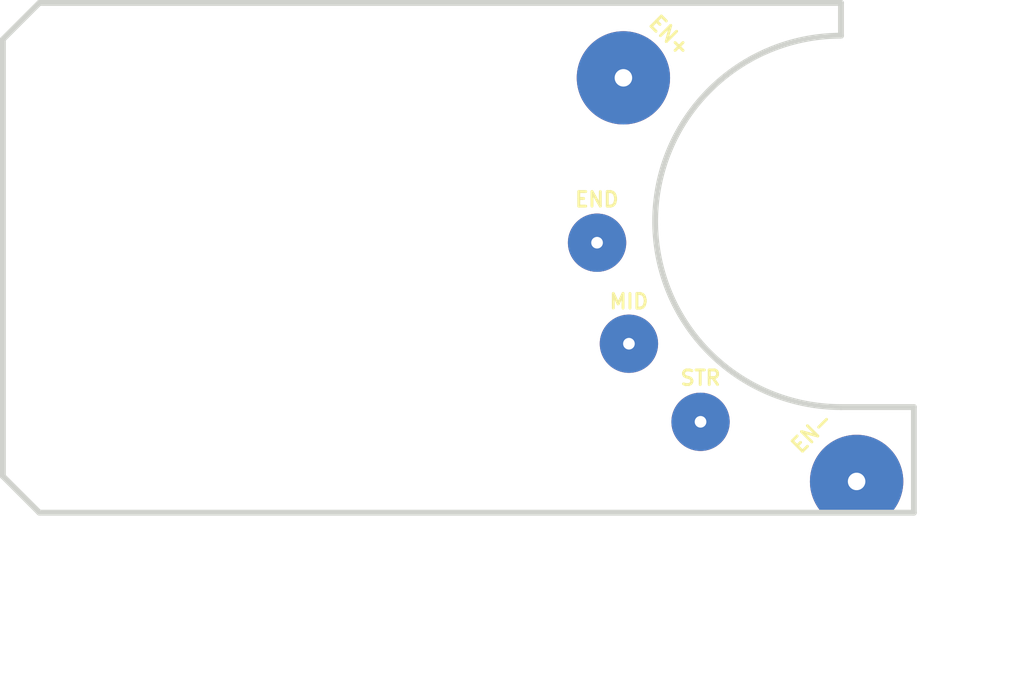
<source format=kicad_pcb>
(kicad_pcb (version 20221018) (generator pcbnew)
  (layers (0 "F.Cu" signal) (31 "B.Cu" signal) (34 "B.Paste" user) (35 "F.Paste" user) (36 "B.SilkS" user "B.Silkscreen") (37 "F.SilkS" user "F.Silkscreen") (38 "B.Mask" user) (39 "F.Mask" user) (44 "Edge.Cuts" user))
  (net 0 "")
  (footprint "302_MECH_PAD:SMP-C_15" (layer "F.Cu") (at 95.18196 106.880884)
    (fp_text reference "P5" hide)
    (fp_text value "STR" (at 0 -1.505884 unlocked) (layer "F.SilkS") (effects (font (size 0.5 0.5) (thickness 0.1) bold)))
    (pad "PAD" thru_hole circle locked (at 0 0) (size 2 2) (drill 0.4) (layers "*.Cu" "F.Mask"))
  )
  (footprint "302_MECH_PAD:SMP-C_15" (layer "F.Cu") (at 91.631968 100.732116)
    (fp_text reference "P3" hide)
    (fp_text value "END" (at -0.006968 -1.482116 unlocked) (layer "F.SilkS") (effects (font (size 0.5 0.5) (thickness 0.1) bold)))
    (pad "PAD" thru_hole circle locked (at 0 0) (size 2 2) (drill 0.4) (layers "*.Cu" "F.Mask"))
  )
  (footprint "302_MECH_PAD:SMP-C_15" (layer "F.Cu") (at 100.5359 108.92821)
    (fp_text reference "P2" hide)
    (fp_text value "EN-" (at -1.5359 -1.67821 45 unlocked) (layer "F.SilkS") (effects (font (size 0.5 0.5) (thickness 0.1) bold)))
    (pad "PAD" thru_hole custom locked (at 0 0) (size 2 2) (drill 0.6) (layers "*.Cu" "F.Mask") (options (clearance outline) (anchor circle)) (primitives (gr_poly (pts (arc (start -1.25 1) (mid 0 -1.600781) (end 1.25 1))) (width 0) (fill yes))))
  )
  (footprint "302_MECH_PAD:SMP-C_15" (layer "F.Cu") (at 92.535901 95.071804)
    (fp_text reference "P1" hide)
    (fp_text value "EN+" (at 1.589099 -1.446804 315 unlocked) (layer "F.SilkS") (effects (font (size 0.5 0.5) (thickness 0.1) bold)))
    (pad "PAD" thru_hole circle locked (at 0 0) (size 3.2 3.2) (drill 0.6) (layers "*.Cu" "F.Mask"))
  )
  (footprint "302_MECH_PAD:SMP-C_15" (layer "F.Cu") (at 92.725389 104.200007)
    (fp_text reference "P4" hide)
    (fp_text value "MID" (at 0 -1.450007 unlocked) (layer "F.SilkS") (effects (font (size 0.5 0.5) (thickness 0.1) bold)))
    (pad "PAD" thru_hole circle locked (at 0 0) (size 2 2) (drill 0.4) (layers "*.Cu" "F.Mask"))
  )
  (gr_line (start 72.5 110) (end 102.5 110) (stroke (width 0.2)) (layer "Edge.Cuts"))
  (gr_line (start 102.5 106.375) (end 100 106.375) (stroke (width 0.2)) (layer "Edge.Cuts"))
  (gr_line (start 102.5 110) (end 102.5 106.375) (stroke (width 0.2)) (layer "Edge.Cuts"))
  (gr_line (start 71.25 93.75) (end 71.25 108.75) (stroke (width 0.2)) (layer "Edge.Cuts"))
  (gr_line (start 100 92.5) (end 72.5 92.5) (stroke (width 0.2)) (layer "Edge.Cuts"))
  (gr_line (start 71.25 108.75) (end 72.5 110) (stroke (width 0.2)) (layer "Edge.Cuts"))
  (gr_line (start 72.5 92.5) (end 71.25 93.75) (stroke (width 0.2)) (layer "Edge.Cuts"))
  (gr_arc (start 100 106.375) (mid 93.625 100) (end 100 93.625) (stroke (width 0.2)) (layer "Edge.Cuts"))
  (gr_line (start 100 93.625) (end 100 92.5) (stroke (width 0.2)) (layer "Edge.Cuts"))
)
</source>
